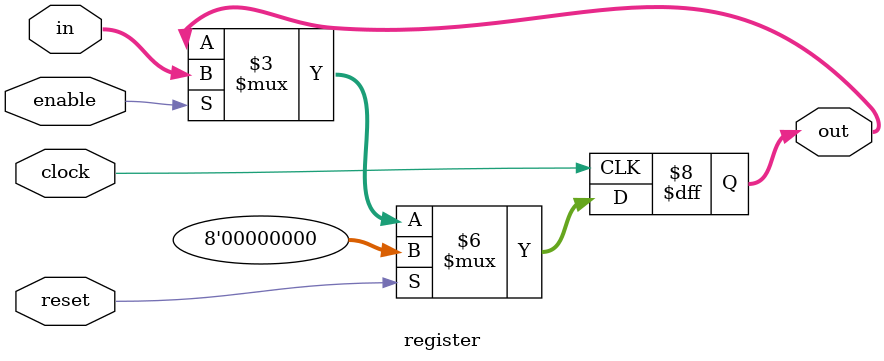
<source format=v>
module register(
	input wire [7:0] in,
	input wire clock,
	input wire reset,
	input wire enable,
	output reg [7:0] out
);

initial out <= 8'b00000000;

always @(posedge clock) begin
	if (reset)
		out <= 8'b00000000;
	else if (enable)
		out <= in;
end

endmodule

</source>
